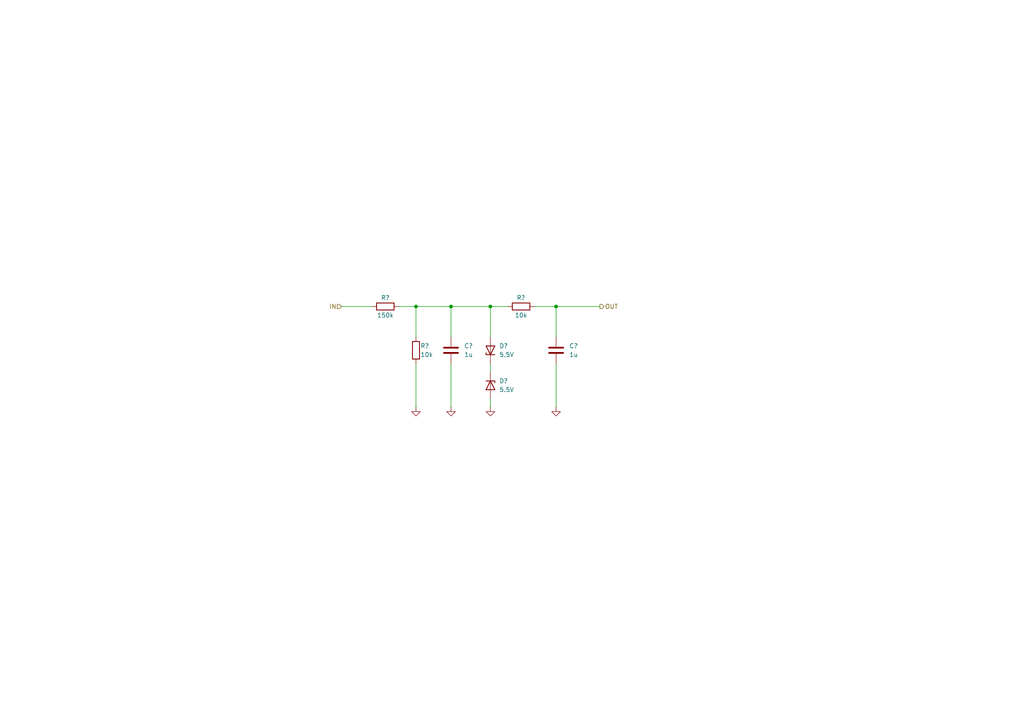
<source format=kicad_sch>
(kicad_sch (version 20250114) (generator "eeschema") (generator_version "9.0")
  (paper "A4")
  (lib_symbols
    (symbol "Device:C" (pin_numbers (hide yes)) (pin_names (offset 0.254))
      (property "Reference" "C" (at 0.635 2.54 0))
      (property "Value" "C" (at 0.635 -2.54 0))
      (symbol "C_0_1"
        (polyline (pts (xy -2.032 0.762) (xy 2.032 0.762)) (stroke (width 0.508)))
        (polyline (pts (xy -2.032 -0.762) (xy 2.032 -0.762)) (stroke (width 0.508)))
      )
      (symbol "C_1_1"
        (pin passive line (at 0 3.81 270) (length 2.794) (name "~") (number "1"))
        (pin passive line (at 0 -3.81 90) (length 2.794) (name "~") (number "2"))
      )
    )
    (symbol "Device:D_Zener" (pin_numbers (hide yes)) (pin_names (offset 1.016) (hide yes))
      (property "Reference" "D" (at 0 2.54 0))
      (property "Value" "D_Zener" (at 0 -2.54 0))
      (symbol "D_Zener_0_1"
        (polyline (pts (xy -1.27 -1.27) (xy -1.27 1.27) (xy -0.762 1.27)) (stroke (width 0.254)))
        (polyline (pts (xy 1.27 0) (xy -1.27 0)))
        (polyline (pts (xy 1.27 -1.27) (xy 1.27 1.27) (xy -1.27 0) (xy 1.27 -1.27)) (stroke (width 0.254)))
      )
      (symbol "D_Zener_1_1"
        (pin passive line (at -3.81 0 0) (length 2.54) (name "K") (number "1"))
        (pin passive line (at 3.81 0 180) (length 2.54) (name "A") (number "2"))
      )
    )
    (symbol "Device:R" (pin_numbers (hide yes)) (pin_names (offset 0))
      (property "Reference" "R" (at 2.032 0 90))
      (property "Value" "R" (at 0 0 90))
      (symbol "R_0_1"
        (rectangle (start -1.016 -2.54) (end 1.016 2.54) (stroke (width 0.254)))
      )
      (symbol "R_1_1"
        (pin passive line (at 0 3.81 270) (length 1.27) (name "~") (number "1"))
        (pin passive line (at 0 -3.81 90) (length 1.27) (name "~") (number "2"))
      )
    )
    (symbol "power:GND" (power) (pin_numbers (hide yes)) (pin_names (offset 0) (hide yes))
      (property "Value" "GND" (at 0 -3.81 0))
      (symbol "GND_0_1"
        (polyline (pts (xy 0 0) (xy 0 -1.27) (xy 1.27 -1.27) (xy 0 -2.54) (xy -1.27 -1.27) (xy 0 -1.27)))
      )
      (symbol "GND_1_1"
        (pin power_in line (at 0 0 270) (length 0) (name "~") (number "1"))
      )
    )
  )
  (junction (at 142.24 88.9))
  (junction (at 130.81 88.9))
  (junction (at 161.29 88.9))
  (junction (at 120.65 88.9))
  (wire (pts (xy 142.24 97.79) (xy 142.24 88.9)))
  (wire (pts (xy 142.24 115.57) (xy 142.24 118.11)))
  (wire (pts (xy 130.81 88.9) (xy 120.65 88.9)))
  (wire (pts (xy 99.06 88.9) (xy 107.95 88.9)))
  (wire (pts (xy 120.65 105.41) (xy 120.65 118.11)))
  (wire (pts (xy 142.24 88.9) (xy 147.32 88.9)))
  (wire (pts (xy 120.65 88.9) (xy 120.65 97.79)))
  (wire (pts (xy 130.81 105.41) (xy 130.81 118.11)))
  (wire (pts (xy 130.81 88.9) (xy 130.81 97.79)))
  (wire (pts (xy 142.24 88.9) (xy 130.81 88.9)))
  (wire (pts (xy 161.29 105.41) (xy 161.29 118.11)))
  (wire (pts (xy 154.94 88.9) (xy 161.29 88.9)))
  (wire (pts (xy 161.29 88.9) (xy 173.99 88.9)))
  (wire (pts (xy 142.24 105.41) (xy 142.24 107.95)))
  (wire (pts (xy 161.29 88.9) (xy 161.29 97.79)))
  (wire (pts (xy 120.65 88.9) (xy 115.57 88.9)))
  (hierarchical_label "OUT" (shape output) (at 173.99 88.9 0))
  (hierarchical_label "IN" (shape input) (at 99.06 88.9 180))
  (symbol (lib_id "Device:R") (at 111.76 88.9 90) (unit 1)
    (property "Reference" "R?" (at 111.76 86.36 90))
    (property "Value" "150k" (at 111.76 91.44 90))
    (property "Description" "Resistor" (effects (hide yes)))
  )
  (symbol (lib_id "power:GND") (at 161.29 118.11 0) (unit 1)
    (property "Reference" "#PWR04" (effects (hide yes)))
    (property "Value" "GND" (effects (hide yes)))
    (property "Description" "Power symbol creates a global label with name \"GND\" , ground" (effects (hide yes)))
    (instances (project "xlr_tester_pcb" (path "" (reference "#PWR08") (unit 1)) (path "" (reference "#PWR04") (unit 1))))
  )
  (symbol (lib_id "power:GND") (at 120.65 118.11 0) (unit 1)
    (property "Reference" "#PWR03" (effects (hide yes)))
    (property "Value" "GND" (effects (hide yes)))
    (property "Description" "Power symbol creates a global label with name \"GND\" , ground" (effects (hide yes)))
    (instances (project "xlr_tester_pcb" (path "" (reference "#PWR05") (unit 1)) (path "" (reference "#PWR03") (unit 1))))
  )
  (symbol (lib_id "Device:D_Zener") (at 142.24 111.76 270) (unit 1)
    (property "Reference" "D?" (at 144.78 110.4899 90) (effects (justify left)))
    (property "Value" "5.5V" (at 144.78 113.0299 90) (effects (justify left)))
    (property "Description" "Zener diode" (effects (hide yes)))
  )
  (symbol (lib_id "Device:R") (at 151.13 88.9 270) (unit 1)
    (property "Reference" "R?" (at 152.4 86.36 90) (effects (justify right)))
    (property "Value" "10k" (at 151.13 91.44 90))
    (property "Description" "Resistor" (effects (hide yes)))
  )
  (symbol (lib_id "Device:C") (at 130.81 101.6 180) (unit 1)
    (property "Reference" "C?" (at 134.62 100.3299 0) (effects (justify right)))
    (property "Value" "1u" (at 134.62 102.8699 0) (effects (justify right)))
    (property "Description" "Unpolarized capacitor" (effects (hide yes)))
  )
  (symbol (lib_id "power:GND") (at 142.24 118.11 0) (unit 1)
    (property "Reference" "#PWR?" (effects (hide yes)))
    (property "Value" "GND" (effects (hide yes)))
    (property "Description" "Power symbol creates a global label with name \"GND\" , ground" (effects (hide yes)))
    (instances (project "xlr_tester_pcb" (path "" (reference "#PWR07") (unit 1)) (path "" (reference "#PWR?") (unit 1))))
  )
  (symbol (lib_id "power:GND") (at 130.81 118.11 0) (unit 1)
    (property "Reference" "#PWR02" (effects (hide yes)))
    (property "Value" "GND" (effects (hide yes)))
    (property "Description" "Power symbol creates a global label with name \"GND\" , ground" (effects (hide yes)))
    (instances (project "xlr_tester_pcb" (path "" (reference "#PWR06") (unit 1)) (path "" (reference "#PWR02") (unit 1))))
  )
  (symbol (lib_id "Device:C") (at 161.29 101.6 180) (unit 1)
    (property "Reference" "C?" (at 165.1 100.3299 0) (effects (justify right)))
    (property "Value" "1u" (at 165.1 102.8699 0) (effects (justify right)))
    (property "Description" "Unpolarized capacitor" (effects (hide yes)))
  )
  (symbol (lib_id "Device:D_Zener") (at 142.24 101.6 90) (unit 1)
    (property "Reference" "D?" (at 144.78 100.3299 90) (effects (justify right)))
    (property "Value" "5.5V" (at 144.78 102.8699 90) (effects (justify right)))
    (property "Description" "Zener diode" (effects (hide yes)))
  )
  (symbol (lib_id "Device:R") (at 120.65 101.6 180) (unit 1)
    (property "Reference" "R?" (at 121.92 100.33 0) (effects (justify right)))
    (property "Value" "10k" (at 121.92 102.87 0) (effects (justify right)))
    (property "Description" "Resistor" (effects (hide yes)))
  )
)
</source>
